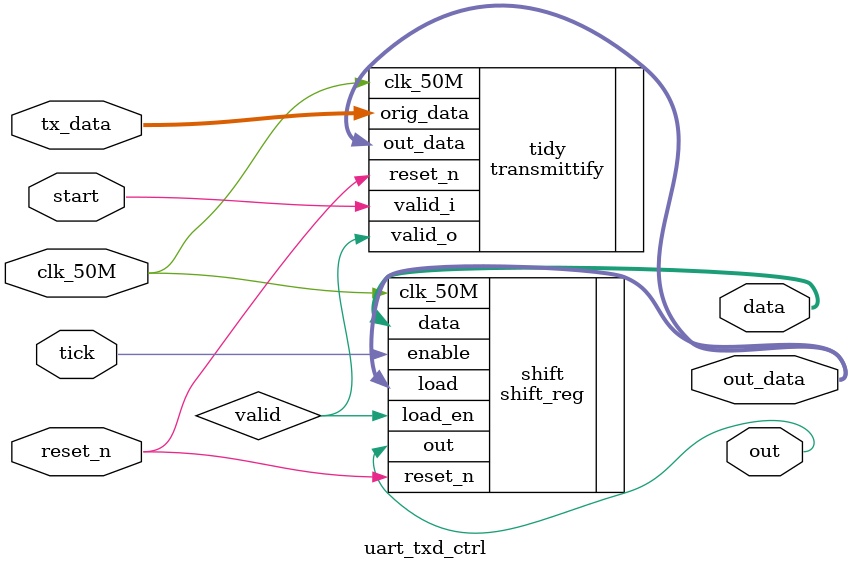
<source format=v>
module uart_txd_ctrl(
	input clk_50M,
	input reset_n,
	input [7:0] tx_data,
	input tick,
	input start,
	output out,
	
	output [10:0] out_data,
	output [10:0] data
);
	
	//Package the data into uart type
	//wire [10:0] out_data;
	wire valid;
	transmittify tidy(
		.clk_50M(clk_50M),
		.reset_n(reset_n),
		.valid_i(start),
		.orig_data(tx_data),
		.out_data(out_data),
		.valid_o(valid)
	);
	
	//Shift out the data
	shift_reg shift(
		.clk_50M(clk_50M),
		.reset_n(reset_n),
		.enable(tick),
		.load_en(valid),
		.load(out_data),
		
		.out(out),
		
		.data(data)
	);
	
endmodule 
</source>
